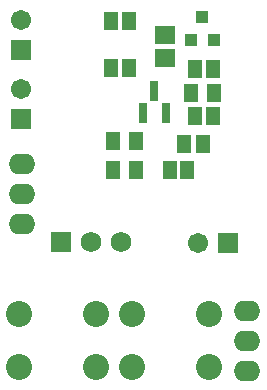
<source format=gbs>
G04 Layer_Color=8150272*
%FSLAX25Y25*%
%MOIN*%
G70*
G01*
G75*
%ADD30R,0.04737X0.05918*%
%ADD33C,0.08674*%
%ADD34C,0.06800*%
%ADD35R,0.06800X0.06800*%
%ADD36C,0.06706*%
%ADD37R,0.06706X0.06706*%
%ADD38O,0.08800X0.06800*%
%ADD39R,0.06706X0.06706*%
%ADD40R,0.03162X0.07099*%
%ADD41R,0.04540X0.06115*%
%ADD42R,0.03950X0.04343*%
%ADD43R,0.06902X0.06115*%
%ADD44R,0.04934X0.06312*%
D30*
X169453Y436500D02*
D03*
X163547D02*
D03*
D33*
X151000Y388500D02*
D03*
Y370783D02*
D03*
X176591Y388500D02*
D03*
Y370783D02*
D03*
X113500Y388500D02*
D03*
Y370783D02*
D03*
X139091Y388500D02*
D03*
Y370783D02*
D03*
D34*
X147500Y412500D02*
D03*
X137500D02*
D03*
D35*
X127500D02*
D03*
D36*
X114000Y463500D02*
D03*
Y486500D02*
D03*
X173000Y412000D02*
D03*
D37*
X114000Y453500D02*
D03*
Y476500D02*
D03*
D38*
X114500Y438500D02*
D03*
X114300Y428500D02*
D03*
X114500Y418500D02*
D03*
X189500Y389500D02*
D03*
X189300Y379500D02*
D03*
X189500Y369500D02*
D03*
D39*
X183000Y412000D02*
D03*
D40*
X162240Y455457D02*
D03*
X154760D02*
D03*
X158500Y462543D02*
D03*
D41*
X178051Y470000D02*
D03*
X171949D02*
D03*
X143949Y470500D02*
D03*
X150051D02*
D03*
Y486000D02*
D03*
X143949D02*
D03*
X178051Y454500D02*
D03*
X171949D02*
D03*
X174551Y445000D02*
D03*
X168449D02*
D03*
D42*
X174500Y487437D02*
D03*
X170760Y479563D02*
D03*
X178240D02*
D03*
D43*
X162000Y473661D02*
D03*
Y481339D02*
D03*
D44*
X152240Y436500D02*
D03*
X144760D02*
D03*
X152240Y446000D02*
D03*
X144760D02*
D03*
X170760Y462000D02*
D03*
X178240D02*
D03*
M02*

</source>
